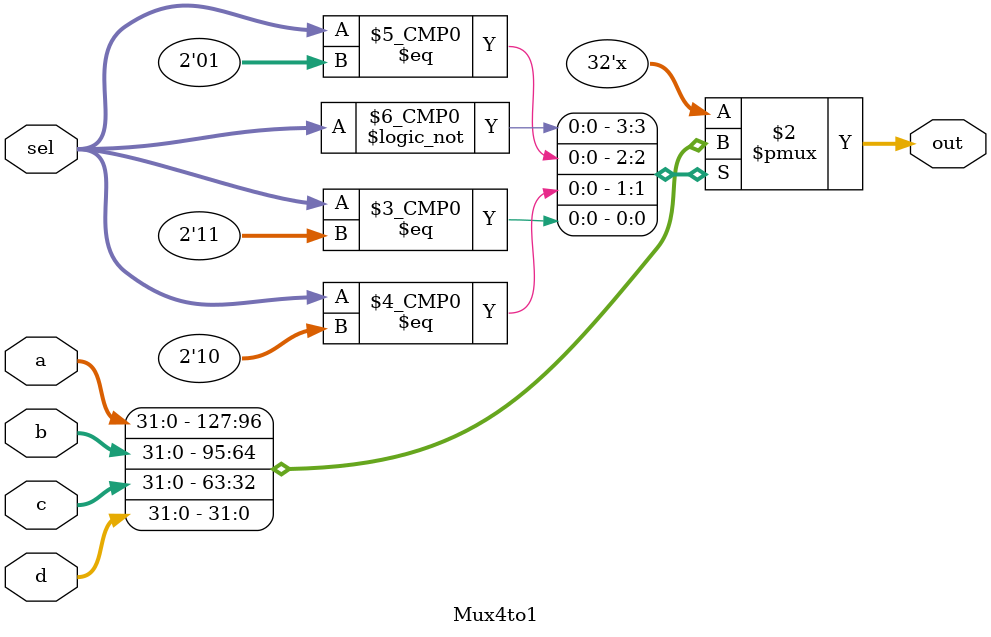
<source format=v>
module Mux4to1 (input [31:0] a,
                b,
                c,
                d,
                input [1:0] sel,
                output reg [31:0] out);

always @(*) begin
    case (sel)
        2'b00  : out = a;
        2'b01  : out = b;
        2'b10  : out = c;
        2'b11  : out = d;
        default: out = 32'bx;
    endcase
end
endmodule

</source>
